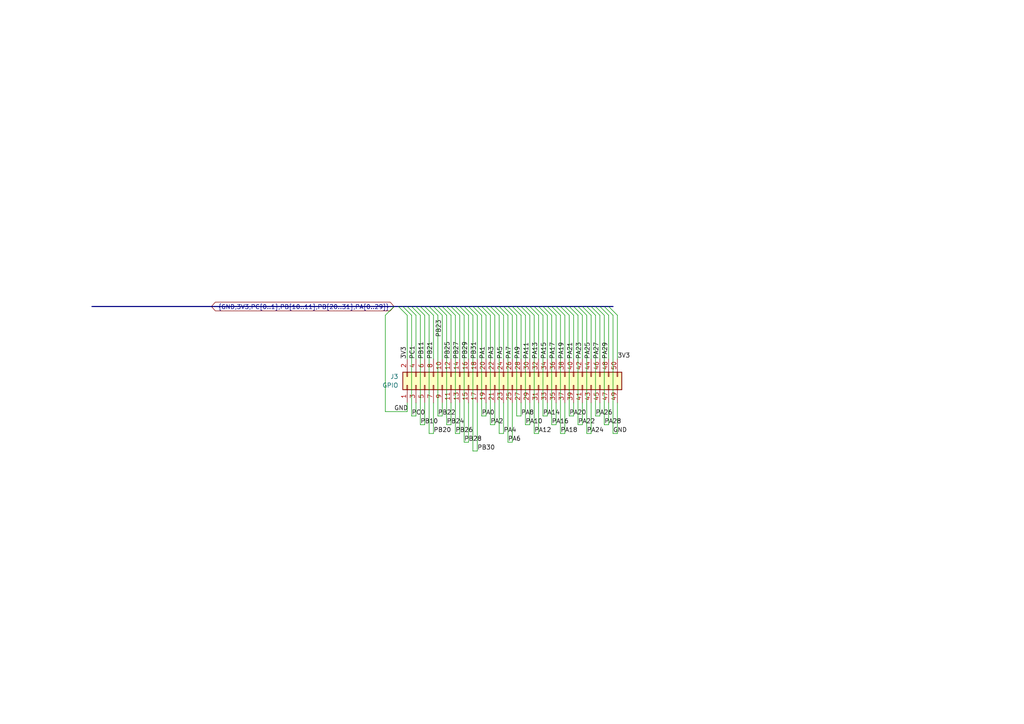
<source format=kicad_sch>
(kicad_sch (version 20230121) (generator eeschema)
  (paper "A4")
  (lib_symbols
    (symbol "Connector_Generic:Conn_02x25_Odd_Even" (pin_names (offset 1.016) hide)
      (property "Reference" "J" (at 1.27 33.02 0))
      (property "Value" "Conn_02x25_Odd_Even" (at 1.27 -33.02 0))
      (symbol "Conn_02x25_Odd_Even_1_1"
        (rectangle (start -1.27 -30.353) (end 0 -30.607) (stroke (width 0.1524)))
        (rectangle (start -1.27 -27.813) (end 0 -28.067) (stroke (width 0.1524)))
        (rectangle (start -1.27 -25.273) (end 0 -25.527) (stroke (width 0.1524)))
        (rectangle (start -1.27 -22.733) (end 0 -22.987) (stroke (width 0.1524)))
        (rectangle (start -1.27 -20.193) (end 0 -20.447) (stroke (width 0.1524)))
        (rectangle (start -1.27 -17.653) (end 0 -17.907) (stroke (width 0.1524)))
        (rectangle (start -1.27 -15.113) (end 0 -15.367) (stroke (width 0.1524)))
        (rectangle (start -1.27 -12.573) (end 0 -12.827) (stroke (width 0.1524)))
        (rectangle (start -1.27 -10.033) (end 0 -10.287) (stroke (width 0.1524)))
        (rectangle (start -1.27 -7.493) (end 0 -7.747) (stroke (width 0.1524)))
        (rectangle (start -1.27 -4.953) (end 0 -5.207) (stroke (width 0.1524)))
        (rectangle (start -1.27 -2.413) (end 0 -2.667) (stroke (width 0.1524)))
        (rectangle (start -1.27 0.127) (end 0 -0.127) (stroke (width 0.1524)))
        (rectangle (start -1.27 2.667) (end 0 2.413) (stroke (width 0.1524)))
        (rectangle (start -1.27 5.207) (end 0 4.953) (stroke (width 0.1524)))
        (rectangle (start -1.27 7.747) (end 0 7.493) (stroke (width 0.1524)))
        (rectangle (start -1.27 10.287) (end 0 10.033) (stroke (width 0.1524)))
        (rectangle (start -1.27 12.827) (end 0 12.573) (stroke (width 0.1524)))
        (rectangle (start -1.27 15.367) (end 0 15.113) (stroke (width 0.1524)))
        (rectangle (start -1.27 17.907) (end 0 17.653) (stroke (width 0.1524)))
        (rectangle (start -1.27 20.447) (end 0 20.193) (stroke (width 0.1524)))
        (rectangle (start -1.27 22.987) (end 0 22.733) (stroke (width 0.1524)))
        (rectangle (start -1.27 25.527) (end 0 25.273) (stroke (width 0.1524)))
        (rectangle (start -1.27 28.067) (end 0 27.813) (stroke (width 0.1524)))
        (rectangle (start -1.27 30.607) (end 0 30.353) (stroke (width 0.1524)))
        (rectangle (start -1.27 31.75) (end 3.81 -31.75) (stroke (width 0.254)) (fill (type background)))
        (rectangle (start 3.81 -30.353) (end 2.54 -30.607) (stroke (width 0.1524)))
        (rectangle (start 3.81 -27.813) (end 2.54 -28.067) (stroke (width 0.1524)))
        (rectangle (start 3.81 -25.273) (end 2.54 -25.527) (stroke (width 0.1524)))
        (rectangle (start 3.81 -22.733) (end 2.54 -22.987) (stroke (width 0.1524)))
        (rectangle (start 3.81 -20.193) (end 2.54 -20.447) (stroke (width 0.1524)))
        (rectangle (start 3.81 -17.653) (end 2.54 -17.907) (stroke (width 0.1524)))
        (rectangle (start 3.81 -15.113) (end 2.54 -15.367) (stroke (width 0.1524)))
        (rectangle (start 3.81 -12.573) (end 2.54 -12.827) (stroke (width 0.1524)))
        (rectangle (start 3.81 -10.033) (end 2.54 -10.287) (stroke (width 0.1524)))
        (rectangle (start 3.81 -7.493) (end 2.54 -7.747) (stroke (width 0.1524)))
        (rectangle (start 3.81 -4.953) (end 2.54 -5.207) (stroke (width 0.1524)))
        (rectangle (start 3.81 -2.413) (end 2.54 -2.667) (stroke (width 0.1524)))
        (rectangle (start 3.81 0.127) (end 2.54 -0.127) (stroke (width 0.1524)))
        (rectangle (start 3.81 2.667) (end 2.54 2.413) (stroke (width 0.1524)))
        (rectangle (start 3.81 5.207) (end 2.54 4.953) (stroke (width 0.1524)))
        (rectangle (start 3.81 7.747) (end 2.54 7.493) (stroke (width 0.1524)))
        (rectangle (start 3.81 10.287) (end 2.54 10.033) (stroke (width 0.1524)))
        (rectangle (start 3.81 12.827) (end 2.54 12.573) (stroke (width 0.1524)))
        (rectangle (start 3.81 15.367) (end 2.54 15.113) (stroke (width 0.1524)))
        (rectangle (start 3.81 17.907) (end 2.54 17.653) (stroke (width 0.1524)))
        (rectangle (start 3.81 20.447) (end 2.54 20.193) (stroke (width 0.1524)))
        (rectangle (start 3.81 22.987) (end 2.54 22.733) (stroke (width 0.1524)))
        (rectangle (start 3.81 25.527) (end 2.54 25.273) (stroke (width 0.1524)))
        (rectangle (start 3.81 28.067) (end 2.54 27.813) (stroke (width 0.1524)))
        (rectangle (start 3.81 30.607) (end 2.54 30.353) (stroke (width 0.1524)))
        (pin passive line (at -5.08 30.48 0) (length 3.81) (name "Pin_1") (number "1"))
        (pin passive line (at 7.62 20.32 180) (length 3.81) (name "Pin_10") (number "10"))
        (pin passive line (at -5.08 17.78 0) (length 3.81) (name "Pin_11") (number "11"))
        (pin passive line (at 7.62 17.78 180) (length 3.81) (name "Pin_12") (number "12"))
        (pin passive line (at -5.08 15.24 0) (length 3.81) (name "Pin_13") (number "13"))
        (pin passive line (at 7.62 15.24 180) (length 3.81) (name "Pin_14") (number "14"))
        (pin passive line (at -5.08 12.7 0) (length 3.81) (name "Pin_15") (number "15"))
        (pin passive line (at 7.62 12.7 180) (length 3.81) (name "Pin_16") (number "16"))
        (pin passive line (at -5.08 10.16 0) (length 3.81) (name "Pin_17") (number "17"))
        (pin passive line (at 7.62 10.16 180) (length 3.81) (name "Pin_18") (number "18"))
        (pin passive line (at -5.08 7.62 0) (length 3.81) (name "Pin_19") (number "19"))
        (pin passive line (at 7.62 30.48 180) (length 3.81) (name "Pin_2") (number "2"))
        (pin passive line (at 7.62 7.62 180) (length 3.81) (name "Pin_20") (number "20"))
        (pin passive line (at -5.08 5.08 0) (length 3.81) (name "Pin_21") (number "21"))
        (pin passive line (at 7.62 5.08 180) (length 3.81) (name "Pin_22") (number "22"))
        (pin passive line (at -5.08 2.54 0) (length 3.81) (name "Pin_23") (number "23"))
        (pin passive line (at 7.62 2.54 180) (length 3.81) (name "Pin_24") (number "24"))
        (pin passive line (at -5.08 0 0) (length 3.81) (name "Pin_25") (number "25"))
        (pin passive line (at 7.62 0 180) (length 3.81) (name "Pin_26") (number "26"))
        (pin passive line (at -5.08 -2.54 0) (length 3.81) (name "Pin_27") (number "27"))
        (pin passive line (at 7.62 -2.54 180) (length 3.81) (name "Pin_28") (number "28"))
        (pin passive line (at -5.08 -5.08 0) (length 3.81) (name "Pin_29") (number "29"))
        (pin passive line (at -5.08 27.94 0) (length 3.81) (name "Pin_3") (number "3"))
        (pin passive line (at 7.62 -5.08 180) (length 3.81) (name "Pin_30") (number "30"))
        (pin passive line (at -5.08 -7.62 0) (length 3.81) (name "Pin_31") (number "31"))
        (pin passive line (at 7.62 -7.62 180) (length 3.81) (name "Pin_32") (number "32"))
        (pin passive line (at -5.08 -10.16 0) (length 3.81) (name "Pin_33") (number "33"))
        (pin passive line (at 7.62 -10.16 180) (length 3.81) (name "Pin_34") (number "34"))
        (pin passive line (at -5.08 -12.7 0) (length 3.81) (name "Pin_35") (number "35"))
        (pin passive line (at 7.62 -12.7 180) (length 3.81) (name "Pin_36") (number "36"))
        (pin passive line (at -5.08 -15.24 0) (length 3.81) (name "Pin_37") (number "37"))
        (pin passive line (at 7.62 -15.24 180) (length 3.81) (name "Pin_38") (number "38"))
        (pin passive line (at -5.08 -17.78 0) (length 3.81) (name "Pin_39") (number "39"))
        (pin passive line (at 7.62 27.94 180) (length 3.81) (name "Pin_4") (number "4"))
        (pin passive line (at 7.62 -17.78 180) (length 3.81) (name "Pin_40") (number "40"))
        (pin passive line (at -5.08 -20.32 0) (length 3.81) (name "Pin_41") (number "41"))
        (pin passive line (at 7.62 -20.32 180) (length 3.81) (name "Pin_42") (number "42"))
        (pin passive line (at -5.08 -22.86 0) (length 3.81) (name "Pin_43") (number "43"))
        (pin passive line (at 7.62 -22.86 180) (length 3.81) (name "Pin_44") (number "44"))
        (pin passive line (at -5.08 -25.4 0) (length 3.81) (name "Pin_45") (number "45"))
        (pin passive line (at 7.62 -25.4 180) (length 3.81) (name "Pin_46") (number "46"))
        (pin passive line (at -5.08 -27.94 0) (length 3.81) (name "Pin_47") (number "47"))
        (pin passive line (at 7.62 -27.94 180) (length 3.81) (name "Pin_48") (number "48"))
        (pin passive line (at -5.08 -30.48 0) (length 3.81) (name "Pin_49") (number "49"))
        (pin passive line (at -5.08 25.4 0) (length 3.81) (name "Pin_5") (number "5"))
        (pin passive line (at 7.62 -30.48 180) (length 3.81) (name "Pin_50") (number "50"))
        (pin passive line (at 7.62 25.4 180) (length 3.81) (name "Pin_6") (number "6"))
        (pin passive line (at -5.08 22.86 0) (length 3.81) (name "Pin_7") (number "7"))
        (pin passive line (at 7.62 22.86 180) (length 3.81) (name "Pin_8") (number "8"))
        (pin passive line (at -5.08 20.32 0) (length 3.81) (name "Pin_9") (number "9"))
      )
    )
  )
  (bus_entry (at 114.3 88.9) (size -2.54 2.54))
  (bus_entry (at 147.32 88.9) (size 2.54 2.54))
  (bus_entry (at 143.51 88.9) (size 2.54 2.54))
  (bus_entry (at 116.84 88.9) (size 2.54 2.54))
  (bus_entry (at 120.65 88.9) (size 2.54 2.54))
  (bus_entry (at 124.46 88.9) (size 2.54 2.54))
  (bus_entry (at 153.67 88.9) (size 2.54 2.54))
  (bus_entry (at 127 88.9) (size 2.54 2.54))
  (bus_entry (at 130.81 88.9) (size 2.54 2.54))
  (bus_entry (at 146.05 88.9) (size 2.54 2.54))
  (bus_entry (at 176.53 88.9) (size 2.54 2.54))
  (bus_entry (at 134.62 88.9) (size 2.54 2.54))
  (bus_entry (at 149.86 88.9) (size 2.54 2.54))
  (bus_entry (at 157.48 88.9) (size 2.54 2.54))
  (bus_entry (at 172.72 88.9) (size 2.54 2.54))
  (bus_entry (at 142.24 88.9) (size 2.54 2.54))
  (bus_entry (at 125.73 88.9) (size 2.54 2.54))
  (bus_entry (at 173.99 88.9) (size 2.54 2.54))
  (bus_entry (at 119.38 88.9) (size 2.54 2.54))
  (bus_entry (at 144.78 88.9) (size 2.54 2.54))
  (bus_entry (at 128.27 88.9) (size 2.54 2.54))
  (bus_entry (at 132.08 88.9) (size 2.54 2.54))
  (bus_entry (at 161.29 88.9) (size 2.54 2.54))
  (bus_entry (at 168.91 88.9) (size 2.54 2.54))
  (bus_entry (at 121.92 88.9) (size 2.54 2.54))
  (bus_entry (at 166.37 88.9) (size 2.54 2.54))
  (bus_entry (at 123.19 88.9) (size 2.54 2.54))
  (bus_entry (at 162.56 88.9) (size 2.54 2.54))
  (bus_entry (at 139.7 88.9) (size 2.54 2.54))
  (bus_entry (at 165.1 88.9) (size 2.54 2.54))
  (bus_entry (at 118.11 88.9) (size 2.54 2.54))
  (bus_entry (at 158.75 88.9) (size 2.54 2.54))
  (bus_entry (at 137.16 88.9) (size 2.54 2.54))
  (bus_entry (at 148.59 88.9) (size 2.54 2.54))
  (bus_entry (at 175.26 88.9) (size 2.54 2.54))
  (bus_entry (at 156.21 88.9) (size 2.54 2.54))
  (bus_entry (at 138.43 88.9) (size 2.54 2.54))
  (bus_entry (at 151.13 88.9) (size 2.54 2.54))
  (bus_entry (at 154.94 88.9) (size 2.54 2.54))
  (bus_entry (at 167.64 88.9) (size 2.54 2.54))
  (bus_entry (at 135.89 88.9) (size 2.54 2.54))
  (bus_entry (at 115.57 88.9) (size 2.54 2.54))
  (bus_entry (at 133.35 88.9) (size 2.54 2.54))
  (bus_entry (at 152.4 88.9) (size 2.54 2.54))
  (bus_entry (at 171.45 88.9) (size 2.54 2.54))
  (bus_entry (at 129.54 88.9) (size 2.54 2.54))
  (bus_entry (at 163.83 88.9) (size 2.54 2.54))
  (bus_entry (at 170.18 88.9) (size 2.54 2.54))
  (bus_entry (at 140.97 88.9) (size 2.54 2.54))
  (bus_entry (at 160.02 88.9) (size 2.54 2.54))
  (bus (pts (xy 143.51 88.9) (xy 144.78 88.9)))
  (bus (pts (xy 130.81 88.9) (xy 132.08 88.9)))
  (wire (pts (xy 124.46 125.73) (xy 125.73 125.73)))
  (wire (pts (xy 129.54 123.19) (xy 130.81 123.19)))
  (wire (pts (xy 143.51 123.19) (xy 143.51 116.84)))
  (wire (pts (xy 142.24 91.44) (xy 142.24 123.19)))
  (wire (pts (xy 152.4 91.44) (xy 152.4 123.19)))
  (wire (pts (xy 119.38 120.65) (xy 120.65 120.65)))
  (bus (pts (xy 121.92 88.9) (xy 123.19 88.9)))
  (bus (pts (xy 161.29 88.9) (xy 162.56 88.9)))
  (wire (pts (xy 123.19 123.19) (xy 123.19 116.84)))
  (bus (pts (xy 156.21 88.9) (xy 157.48 88.9)))
  (wire (pts (xy 127 91.44) (xy 127 120.65)))
  (wire (pts (xy 157.48 91.44) (xy 157.48 120.65)))
  (wire (pts (xy 179.07 91.44) (xy 179.07 104.14)))
  (wire (pts (xy 132.08 91.44) (xy 132.08 125.73)))
  (wire (pts (xy 156.21 91.44) (xy 156.21 104.14)))
  (wire (pts (xy 167.64 123.19) (xy 168.91 123.19)))
  (wire (pts (xy 170.18 91.44) (xy 170.18 125.73)))
  (wire (pts (xy 149.86 120.65) (xy 151.13 120.65)))
  (wire (pts (xy 134.62 128.27) (xy 135.89 128.27)))
  (wire (pts (xy 153.67 91.44) (xy 153.67 104.14)))
  (wire (pts (xy 129.54 91.44) (xy 129.54 123.19)))
  (wire (pts (xy 147.32 91.44) (xy 147.32 128.27)))
  (wire (pts (xy 175.26 91.44) (xy 175.26 123.19)))
  (bus (pts (xy 168.91 88.9) (xy 170.18 88.9)))
  (wire (pts (xy 111.76 91.44) (xy 111.76 119.38)))
  (wire (pts (xy 134.62 91.44) (xy 134.62 128.27)))
  (wire (pts (xy 166.37 91.44) (xy 166.37 104.14)))
  (wire (pts (xy 151.13 120.65) (xy 151.13 116.84)))
  (wire (pts (xy 179.07 125.73) (xy 179.07 116.84)))
  (bus (pts (xy 146.05 88.9) (xy 147.32 88.9)))
  (wire (pts (xy 133.35 91.44) (xy 133.35 104.14)))
  (wire (pts (xy 162.56 91.44) (xy 162.56 125.73)))
  (wire (pts (xy 172.72 91.44) (xy 172.72 120.65)))
  (bus (pts (xy 116.84 88.9) (xy 118.11 88.9)))
  (bus (pts (xy 158.75 88.9) (xy 160.02 88.9)))
  (wire (pts (xy 130.81 123.19) (xy 130.81 116.84)))
  (bus (pts (xy 165.1 88.9) (xy 166.37 88.9)))
  (wire (pts (xy 119.38 91.44) (xy 119.38 120.65)))
  (bus (pts (xy 115.57 88.9) (xy 116.84 88.9)))
  (wire (pts (xy 128.27 91.44) (xy 128.27 104.14)))
  (wire (pts (xy 175.26 123.19) (xy 176.53 123.19)))
  (bus (pts (xy 147.32 88.9) (xy 148.59 88.9)))
  (wire (pts (xy 157.48 120.65) (xy 158.75 120.65)))
  (wire (pts (xy 168.91 91.44) (xy 168.91 104.14)))
  (wire (pts (xy 154.94 125.73) (xy 156.21 125.73)))
  (bus (pts (xy 152.4 88.9) (xy 153.67 88.9)))
  (bus (pts (xy 124.46 88.9) (xy 125.73 88.9)))
  (bus (pts (xy 127 88.9) (xy 128.27 88.9)))
  (bus (pts (xy 151.13 88.9) (xy 152.4 88.9)))
  (bus (pts (xy 26.67 88.9) (xy 114.3 88.9)))
  (bus (pts (xy 139.7 88.9) (xy 140.97 88.9)))
  (wire (pts (xy 135.89 128.27) (xy 135.89 116.84)))
  (wire (pts (xy 132.08 125.73) (xy 133.35 125.73)))
  (wire (pts (xy 162.56 125.73) (xy 163.83 125.73)))
  (bus (pts (xy 160.02 88.9) (xy 161.29 88.9)))
  (wire (pts (xy 139.7 120.65) (xy 140.97 120.65)))
  (wire (pts (xy 138.43 130.81) (xy 138.43 116.84)))
  (bus (pts (xy 153.67 88.9) (xy 154.94 88.9)))
  (wire (pts (xy 177.8 91.44) (xy 177.8 125.73)))
  (bus (pts (xy 134.62 88.9) (xy 135.89 88.9)))
  (bus (pts (xy 157.48 88.9) (xy 158.75 88.9)))
  (bus (pts (xy 154.94 88.9) (xy 156.21 88.9)))
  (wire (pts (xy 160.02 91.44) (xy 160.02 123.19)))
  (wire (pts (xy 161.29 123.19) (xy 161.29 116.84)))
  (wire (pts (xy 161.29 91.44) (xy 161.29 104.14)))
  (wire (pts (xy 120.65 120.65) (xy 120.65 116.84)))
  (wire (pts (xy 137.16 91.44) (xy 137.16 130.81)))
  (wire (pts (xy 137.16 130.81) (xy 138.43 130.81)))
  (wire (pts (xy 173.99 120.65) (xy 173.99 116.84)))
  (bus (pts (xy 140.97 88.9) (xy 142.24 88.9)))
  (bus (pts (xy 125.73 88.9) (xy 127 88.9)))
  (wire (pts (xy 118.11 91.44) (xy 118.11 104.14)))
  (wire (pts (xy 144.78 91.44) (xy 144.78 125.73)))
  (bus (pts (xy 170.18 88.9) (xy 171.45 88.9)))
  (wire (pts (xy 140.97 91.44) (xy 140.97 104.14)))
  (wire (pts (xy 138.43 91.44) (xy 138.43 104.14)))
  (bus (pts (xy 148.59 88.9) (xy 149.86 88.9)))
  (bus (pts (xy 167.64 88.9) (xy 168.91 88.9)))
  (wire (pts (xy 165.1 91.44) (xy 165.1 120.65)))
  (bus (pts (xy 175.26 88.9) (xy 176.53 88.9)))
  (wire (pts (xy 151.13 91.44) (xy 151.13 104.14)))
  (wire (pts (xy 146.05 91.44) (xy 146.05 104.14)))
  (bus (pts (xy 172.72 88.9) (xy 173.99 88.9)))
  (wire (pts (xy 153.67 123.19) (xy 153.67 116.84)))
  (bus (pts (xy 138.43 88.9) (xy 139.7 88.9)))
  (wire (pts (xy 165.1 120.65) (xy 166.37 120.65)))
  (wire (pts (xy 128.27 120.65) (xy 128.27 116.84)))
  (wire (pts (xy 135.89 91.44) (xy 135.89 104.14)))
  (bus (pts (xy 144.78 88.9) (xy 146.05 88.9)))
  (bus (pts (xy 171.45 88.9) (xy 172.72 88.9)))
  (wire (pts (xy 118.11 119.38) (xy 118.11 116.84)))
  (bus (pts (xy 120.65 88.9) (xy 121.92 88.9)))
  (bus (pts (xy 135.89 88.9) (xy 137.16 88.9)))
  (wire (pts (xy 172.72 120.65) (xy 173.99 120.65)))
  (bus (pts (xy 137.16 88.9) (xy 138.43 88.9)))
  (wire (pts (xy 133.35 125.73) (xy 133.35 116.84)))
  (bus (pts (xy 163.83 88.9) (xy 165.1 88.9)))
  (wire (pts (xy 146.05 125.73) (xy 146.05 116.84)))
  (bus (pts (xy 133.35 88.9) (xy 134.62 88.9)))
  (wire (pts (xy 147.32 128.27) (xy 148.59 128.27)))
  (bus (pts (xy 142.24 88.9) (xy 143.51 88.9)))
  (wire (pts (xy 154.94 91.44) (xy 154.94 125.73)))
  (wire (pts (xy 139.7 91.44) (xy 139.7 120.65)))
  (bus (pts (xy 162.56 88.9) (xy 163.83 88.9)))
  (wire (pts (xy 177.8 125.73) (xy 179.07 125.73)))
  (wire (pts (xy 170.18 125.73) (xy 171.45 125.73)))
  (bus (pts (xy 149.86 88.9) (xy 151.13 88.9)))
  (bus (pts (xy 119.38 88.9) (xy 120.65 88.9)))
  (wire (pts (xy 143.51 91.44) (xy 143.51 104.14)))
  (wire (pts (xy 173.99 91.44) (xy 173.99 104.14)))
  (bus (pts (xy 118.11 88.9) (xy 119.38 88.9)))
  (wire (pts (xy 123.19 91.44) (xy 123.19 104.14)))
  (wire (pts (xy 163.83 91.44) (xy 163.83 104.14)))
  (bus (pts (xy 166.37 88.9) (xy 167.64 88.9)))
  (wire (pts (xy 171.45 125.73) (xy 171.45 116.84)))
  (wire (pts (xy 163.83 125.73) (xy 163.83 116.84)))
  (wire (pts (xy 167.64 91.44) (xy 167.64 123.19)))
  (wire (pts (xy 120.65 91.44) (xy 120.65 104.14)))
  (wire (pts (xy 176.53 91.44) (xy 176.53 104.14)))
  (wire (pts (xy 149.86 91.44) (xy 149.86 120.65)))
  (bus (pts (xy 128.27 88.9) (xy 129.54 88.9)))
  (wire (pts (xy 124.46 91.44) (xy 124.46 125.73)))
  (wire (pts (xy 121.92 91.44) (xy 121.92 123.19)))
  (wire (pts (xy 158.75 120.65) (xy 158.75 116.84)))
  (bus (pts (xy 114.3 88.9) (xy 115.57 88.9)))
  (wire (pts (xy 156.21 125.73) (xy 156.21 116.84)))
  (wire (pts (xy 158.75 91.44) (xy 158.75 104.14)))
  (wire (pts (xy 130.81 91.44) (xy 130.81 104.14)))
  (wire (pts (xy 148.59 91.44) (xy 148.59 104.14)))
  (wire (pts (xy 152.4 123.19) (xy 153.67 123.19)))
  (bus (pts (xy 123.19 88.9) (xy 124.46 88.9)))
  (wire (pts (xy 127 120.65) (xy 128.27 120.65)))
  (wire (pts (xy 160.02 123.19) (xy 161.29 123.19)))
  (wire (pts (xy 125.73 91.44) (xy 125.73 104.14)))
  (wire (pts (xy 166.37 120.65) (xy 166.37 116.84)))
  (wire (pts (xy 176.53 123.19) (xy 176.53 116.84)))
  (wire (pts (xy 168.91 123.19) (xy 168.91 116.84)))
  (wire (pts (xy 171.45 91.44) (xy 171.45 104.14)))
  (wire (pts (xy 111.76 119.38) (xy 118.11 119.38)))
  (wire (pts (xy 140.97 120.65) (xy 140.97 116.84)))
  (wire (pts (xy 121.92 123.19) (xy 123.19 123.19)))
  (bus (pts (xy 132.08 88.9) (xy 133.35 88.9)))
  (wire (pts (xy 144.78 125.73) (xy 146.05 125.73)))
  (bus (pts (xy 173.99 88.9) (xy 175.26 88.9)))
  (bus (pts (xy 129.54 88.9) (xy 130.81 88.9)))
  (wire (pts (xy 142.24 123.19) (xy 143.51 123.19)))
  (wire (pts (xy 125.73 125.73) (xy 125.73 116.84)))
  (bus (pts (xy 176.53 88.9) (xy 177.8 88.9)))
  (wire (pts (xy 148.59 128.27) (xy 148.59 116.84)))
  (label "PA21" (at 166.37 104.14 90))
  (label "PA6" (at 147.32 128.27 0))
  (label "PA5" (at 146.05 104.14 90))
  (label "PB29" (at 135.89 104.14 90))
  (label "PB31" (at 138.43 104.14 90))
  (label "GND" (at 114.3 119.38 0))
  (label "PA2" (at 142.24 123.19 0))
  (label "PA20" (at 165.1 120.65 0))
  (label "PC1" (at 120.65 104.14 90))
  (label "PA19" (at 163.83 104.14 90))
  (label "PA29" (at 176.53 104.14 90))
  (label "PB21" (at 125.73 104.14 90))
  (label "PB22" (at 127 120.65 0))
  (label "PA10" (at 152.4 123.19 0))
  (label "PA23" (at 168.91 104.14 90))
  (label "PC0" (at 119.38 120.65 0))
  (label "PA22" (at 167.64 123.19 0))
  (label "PA16" (at 160.02 123.19 0))
  (label "PA12" (at 154.94 125.73 0))
  (label "PA3" (at 143.51 104.14 90))
  (label "PA25" (at 171.45 104.14 90))
  (label "PB28" (at 134.62 128.27 0))
  (label "PA11" (at 153.67 104.14 90))
  (label "PB26" (at 132.08 125.73 0))
  (label "PA27" (at 173.99 104.14 90))
  (label "3V3" (at 179.07 104.14 0))
  (label "PB27" (at 133.35 104.14 90))
  (label "PA14" (at 157.48 120.65 0))
  (label "PB25" (at 130.81 104.14 90))
  (label "PB24" (at 129.54 123.19 0))
  (label "PB20" (at 125.73 125.73 0))
  (label "PB23" (at 128.27 97.79 90))
  (label "PA0" (at 139.7 120.65 0))
  (label "GND" (at 177.8 125.73 0))
  (label "PA18" (at 162.56 125.73 0))
  (label "PA28" (at 175.26 123.19 0))
  (label "PA24" (at 170.18 125.73 0))
  (label "PA13" (at 156.21 104.14 90))
  (label "PA9" (at 151.13 104.14 90))
  (label "PA7" (at 148.59 104.14 90))
  (label "3V3" (at 118.11 104.14 90))
  (label "PA26" (at 172.72 120.65 0))
  (label "PA8" (at 151.13 120.65 0))
  (label "PA17" (at 161.29 104.14 90))
  (label "PA15" (at 158.75 104.14 90))
  (label "PA1" (at 140.97 104.14 90))
  (label "PB30" (at 138.43 130.81 0))
  (label "PB11" (at 123.19 104.14 90))
  (label "PA4" (at 146.05 125.73 0))
  (label "PB10" (at 121.92 123.19 0))
  (global_label "{GND,3V3,PC[0..1],PB[10..11],PB[20..31],PA[0..29]}" (shape bidirectional) (at 114.3 88.9 180) (property "Intersheetrefs" "${INTERSHEET_REFS}" (effects hide)))
  (symbol (lib_id "Connector_Generic:Conn_02x25_Odd_Even") (at 148.59 111.76 90) (unit 1)
    (property "Reference" "J3" (at 115.57 109.22 90) (effects (justify left)))
    (property "Value" "GPIO" (at 115.57 111.76 90) (effects (justify left)))
    (property "Footprint" "Connector_PinHeader_2.54mm:PinHeader_2x25_P2.54mm_Vertical" (effects hide))
  )
)
</source>
